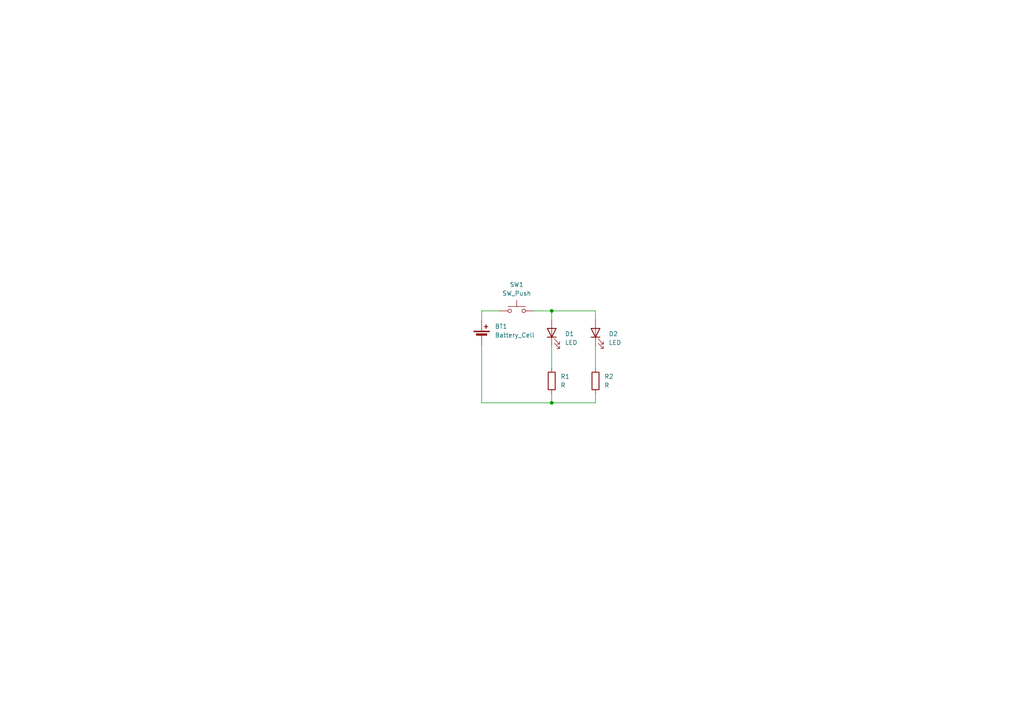
<source format=kicad_sch>
(kicad_sch
	(version 20250114)
	(generator "eeschema")
	(generator_version "9.0")
	(uuid "435feb37-c68b-4fb2-a0d0-e5b7a1f4023c")
	(paper "A4")
	(lib_symbols
		(symbol "Device:Battery_Cell"
			(pin_numbers
				(hide yes)
			)
			(pin_names
				(offset 0)
				(hide yes)
			)
			(exclude_from_sim no)
			(in_bom yes)
			(on_board yes)
			(property "Reference" "BT"
				(at 2.54 2.54 0)
				(effects
					(font
						(size 1.27 1.27)
					)
					(justify left)
				)
			)
			(property "Value" "Battery_Cell"
				(at 2.54 0 0)
				(effects
					(font
						(size 1.27 1.27)
					)
					(justify left)
				)
			)
			(property "Footprint" ""
				(at 0 1.524 90)
				(effects
					(font
						(size 1.27 1.27)
					)
					(hide yes)
				)
			)
			(property "Datasheet" "~"
				(at 0 1.524 90)
				(effects
					(font
						(size 1.27 1.27)
					)
					(hide yes)
				)
			)
			(property "Description" "Single-cell battery"
				(at 0 0 0)
				(effects
					(font
						(size 1.27 1.27)
					)
					(hide yes)
				)
			)
			(property "ki_keywords" "battery cell"
				(at 0 0 0)
				(effects
					(font
						(size 1.27 1.27)
					)
					(hide yes)
				)
			)
			(symbol "Battery_Cell_0_1"
				(rectangle
					(start -2.286 1.778)
					(end 2.286 1.524)
					(stroke
						(width 0)
						(type default)
					)
					(fill
						(type outline)
					)
				)
				(rectangle
					(start -1.524 1.016)
					(end 1.524 0.508)
					(stroke
						(width 0)
						(type default)
					)
					(fill
						(type outline)
					)
				)
				(polyline
					(pts
						(xy 0 1.778) (xy 0 2.54)
					)
					(stroke
						(width 0)
						(type default)
					)
					(fill
						(type none)
					)
				)
				(polyline
					(pts
						(xy 0 0.762) (xy 0 0)
					)
					(stroke
						(width 0)
						(type default)
					)
					(fill
						(type none)
					)
				)
				(polyline
					(pts
						(xy 0.762 3.048) (xy 1.778 3.048)
					)
					(stroke
						(width 0.254)
						(type default)
					)
					(fill
						(type none)
					)
				)
				(polyline
					(pts
						(xy 1.27 3.556) (xy 1.27 2.54)
					)
					(stroke
						(width 0.254)
						(type default)
					)
					(fill
						(type none)
					)
				)
			)
			(symbol "Battery_Cell_1_1"
				(pin passive line
					(at 0 5.08 270)
					(length 2.54)
					(name "+"
						(effects
							(font
								(size 1.27 1.27)
							)
						)
					)
					(number "1"
						(effects
							(font
								(size 1.27 1.27)
							)
						)
					)
				)
				(pin passive line
					(at 0 -2.54 90)
					(length 2.54)
					(name "-"
						(effects
							(font
								(size 1.27 1.27)
							)
						)
					)
					(number "2"
						(effects
							(font
								(size 1.27 1.27)
							)
						)
					)
				)
			)
			(embedded_fonts no)
		)
		(symbol "Device:LED"
			(pin_numbers
				(hide yes)
			)
			(pin_names
				(offset 1.016)
				(hide yes)
			)
			(exclude_from_sim no)
			(in_bom yes)
			(on_board yes)
			(property "Reference" "D"
				(at 0 2.54 0)
				(effects
					(font
						(size 1.27 1.27)
					)
				)
			)
			(property "Value" "LED"
				(at 0 -2.54 0)
				(effects
					(font
						(size 1.27 1.27)
					)
				)
			)
			(property "Footprint" ""
				(at 0 0 0)
				(effects
					(font
						(size 1.27 1.27)
					)
					(hide yes)
				)
			)
			(property "Datasheet" "~"
				(at 0 0 0)
				(effects
					(font
						(size 1.27 1.27)
					)
					(hide yes)
				)
			)
			(property "Description" "Light emitting diode"
				(at 0 0 0)
				(effects
					(font
						(size 1.27 1.27)
					)
					(hide yes)
				)
			)
			(property "Sim.Pins" "1=K 2=A"
				(at 0 0 0)
				(effects
					(font
						(size 1.27 1.27)
					)
					(hide yes)
				)
			)
			(property "ki_keywords" "LED diode"
				(at 0 0 0)
				(effects
					(font
						(size 1.27 1.27)
					)
					(hide yes)
				)
			)
			(property "ki_fp_filters" "LED* LED_SMD:* LED_THT:*"
				(at 0 0 0)
				(effects
					(font
						(size 1.27 1.27)
					)
					(hide yes)
				)
			)
			(symbol "LED_0_1"
				(polyline
					(pts
						(xy -3.048 -0.762) (xy -4.572 -2.286) (xy -3.81 -2.286) (xy -4.572 -2.286) (xy -4.572 -1.524)
					)
					(stroke
						(width 0)
						(type default)
					)
					(fill
						(type none)
					)
				)
				(polyline
					(pts
						(xy -1.778 -0.762) (xy -3.302 -2.286) (xy -2.54 -2.286) (xy -3.302 -2.286) (xy -3.302 -1.524)
					)
					(stroke
						(width 0)
						(type default)
					)
					(fill
						(type none)
					)
				)
				(polyline
					(pts
						(xy -1.27 0) (xy 1.27 0)
					)
					(stroke
						(width 0)
						(type default)
					)
					(fill
						(type none)
					)
				)
				(polyline
					(pts
						(xy -1.27 -1.27) (xy -1.27 1.27)
					)
					(stroke
						(width 0.254)
						(type default)
					)
					(fill
						(type none)
					)
				)
				(polyline
					(pts
						(xy 1.27 -1.27) (xy 1.27 1.27) (xy -1.27 0) (xy 1.27 -1.27)
					)
					(stroke
						(width 0.254)
						(type default)
					)
					(fill
						(type none)
					)
				)
			)
			(symbol "LED_1_1"
				(pin passive line
					(at -3.81 0 0)
					(length 2.54)
					(name "K"
						(effects
							(font
								(size 1.27 1.27)
							)
						)
					)
					(number "1"
						(effects
							(font
								(size 1.27 1.27)
							)
						)
					)
				)
				(pin passive line
					(at 3.81 0 180)
					(length 2.54)
					(name "A"
						(effects
							(font
								(size 1.27 1.27)
							)
						)
					)
					(number "2"
						(effects
							(font
								(size 1.27 1.27)
							)
						)
					)
				)
			)
			(embedded_fonts no)
		)
		(symbol "Device:R"
			(pin_numbers
				(hide yes)
			)
			(pin_names
				(offset 0)
			)
			(exclude_from_sim no)
			(in_bom yes)
			(on_board yes)
			(property "Reference" "R"
				(at 2.032 0 90)
				(effects
					(font
						(size 1.27 1.27)
					)
				)
			)
			(property "Value" "R"
				(at 0 0 90)
				(effects
					(font
						(size 1.27 1.27)
					)
				)
			)
			(property "Footprint" ""
				(at -1.778 0 90)
				(effects
					(font
						(size 1.27 1.27)
					)
					(hide yes)
				)
			)
			(property "Datasheet" "~"
				(at 0 0 0)
				(effects
					(font
						(size 1.27 1.27)
					)
					(hide yes)
				)
			)
			(property "Description" "Resistor"
				(at 0 0 0)
				(effects
					(font
						(size 1.27 1.27)
					)
					(hide yes)
				)
			)
			(property "ki_keywords" "R res resistor"
				(at 0 0 0)
				(effects
					(font
						(size 1.27 1.27)
					)
					(hide yes)
				)
			)
			(property "ki_fp_filters" "R_*"
				(at 0 0 0)
				(effects
					(font
						(size 1.27 1.27)
					)
					(hide yes)
				)
			)
			(symbol "R_0_1"
				(rectangle
					(start -1.016 -2.54)
					(end 1.016 2.54)
					(stroke
						(width 0.254)
						(type default)
					)
					(fill
						(type none)
					)
				)
			)
			(symbol "R_1_1"
				(pin passive line
					(at 0 3.81 270)
					(length 1.27)
					(name "~"
						(effects
							(font
								(size 1.27 1.27)
							)
						)
					)
					(number "1"
						(effects
							(font
								(size 1.27 1.27)
							)
						)
					)
				)
				(pin passive line
					(at 0 -3.81 90)
					(length 1.27)
					(name "~"
						(effects
							(font
								(size 1.27 1.27)
							)
						)
					)
					(number "2"
						(effects
							(font
								(size 1.27 1.27)
							)
						)
					)
				)
			)
			(embedded_fonts no)
		)
		(symbol "Switch:SW_Push"
			(pin_numbers
				(hide yes)
			)
			(pin_names
				(offset 1.016)
				(hide yes)
			)
			(exclude_from_sim no)
			(in_bom yes)
			(on_board yes)
			(property "Reference" "SW"
				(at 1.27 2.54 0)
				(effects
					(font
						(size 1.27 1.27)
					)
					(justify left)
				)
			)
			(property "Value" "SW_Push"
				(at 0 -1.524 0)
				(effects
					(font
						(size 1.27 1.27)
					)
				)
			)
			(property "Footprint" ""
				(at 0 5.08 0)
				(effects
					(font
						(size 1.27 1.27)
					)
					(hide yes)
				)
			)
			(property "Datasheet" "~"
				(at 0 5.08 0)
				(effects
					(font
						(size 1.27 1.27)
					)
					(hide yes)
				)
			)
			(property "Description" "Push button switch, generic, two pins"
				(at 0 0 0)
				(effects
					(font
						(size 1.27 1.27)
					)
					(hide yes)
				)
			)
			(property "ki_keywords" "switch normally-open pushbutton push-button"
				(at 0 0 0)
				(effects
					(font
						(size 1.27 1.27)
					)
					(hide yes)
				)
			)
			(symbol "SW_Push_0_1"
				(circle
					(center -2.032 0)
					(radius 0.508)
					(stroke
						(width 0)
						(type default)
					)
					(fill
						(type none)
					)
				)
				(polyline
					(pts
						(xy 0 1.27) (xy 0 3.048)
					)
					(stroke
						(width 0)
						(type default)
					)
					(fill
						(type none)
					)
				)
				(circle
					(center 2.032 0)
					(radius 0.508)
					(stroke
						(width 0)
						(type default)
					)
					(fill
						(type none)
					)
				)
				(polyline
					(pts
						(xy 2.54 1.27) (xy -2.54 1.27)
					)
					(stroke
						(width 0)
						(type default)
					)
					(fill
						(type none)
					)
				)
				(pin passive line
					(at -5.08 0 0)
					(length 2.54)
					(name "1"
						(effects
							(font
								(size 1.27 1.27)
							)
						)
					)
					(number "1"
						(effects
							(font
								(size 1.27 1.27)
							)
						)
					)
				)
				(pin passive line
					(at 5.08 0 180)
					(length 2.54)
					(name "2"
						(effects
							(font
								(size 1.27 1.27)
							)
						)
					)
					(number "2"
						(effects
							(font
								(size 1.27 1.27)
							)
						)
					)
				)
			)
			(embedded_fonts no)
		)
	)
	(junction
		(at 160.02 116.84)
		(diameter 0)
		(color 0 0 0 0)
		(uuid "63cb32f4-92f0-4bfa-bca2-6a959c7e54dd")
	)
	(junction
		(at 160.02 90.17)
		(diameter 0)
		(color 0 0 0 0)
		(uuid "c0a3c986-f6ca-436b-aa39-42beaed933b2")
	)
	(wire
		(pts
			(xy 172.72 92.71) (xy 172.72 90.17)
		)
		(stroke
			(width 0)
			(type default)
		)
		(uuid "0ce2b395-e3ad-4b51-8257-86ff874a6ea6")
	)
	(wire
		(pts
			(xy 160.02 100.33) (xy 160.02 106.68)
		)
		(stroke
			(width 0)
			(type default)
		)
		(uuid "1e413391-a74c-4c25-a8b1-e3e3ea7add64")
	)
	(wire
		(pts
			(xy 160.02 92.71) (xy 160.02 90.17)
		)
		(stroke
			(width 0)
			(type default)
		)
		(uuid "2712b99e-6774-42dd-94a1-72cfa2970fc3")
	)
	(wire
		(pts
			(xy 139.7 100.33) (xy 139.7 116.84)
		)
		(stroke
			(width 0)
			(type default)
		)
		(uuid "2f3a145a-dc7c-4c32-8a72-8325d9b3ad5f")
	)
	(wire
		(pts
			(xy 144.78 90.17) (xy 139.7 90.17)
		)
		(stroke
			(width 0)
			(type default)
		)
		(uuid "33505efd-664f-4510-baf1-bde7fb928c77")
	)
	(wire
		(pts
			(xy 160.02 90.17) (xy 154.94 90.17)
		)
		(stroke
			(width 0)
			(type default)
		)
		(uuid "4cd2a099-a1f2-4e42-9187-47f7dcba5539")
	)
	(wire
		(pts
			(xy 139.7 116.84) (xy 160.02 116.84)
		)
		(stroke
			(width 0)
			(type default)
		)
		(uuid "54b72490-d8cd-449e-a4d3-bdb4df11c59d")
	)
	(wire
		(pts
			(xy 172.72 116.84) (xy 172.72 114.3)
		)
		(stroke
			(width 0)
			(type default)
		)
		(uuid "76973945-145f-4423-aab6-b6b987dca13d")
	)
	(wire
		(pts
			(xy 160.02 90.17) (xy 172.72 90.17)
		)
		(stroke
			(width 0)
			(type default)
		)
		(uuid "771dea47-715c-486d-8bee-179965d26eb0")
	)
	(wire
		(pts
			(xy 172.72 100.33) (xy 172.72 106.68)
		)
		(stroke
			(width 0)
			(type default)
		)
		(uuid "7dc4b27f-735a-443a-b02e-2bb26d6dfae2")
	)
	(wire
		(pts
			(xy 160.02 116.84) (xy 172.72 116.84)
		)
		(stroke
			(width 0)
			(type default)
		)
		(uuid "ac59c81a-ea86-4c61-b073-9c69be2dcd2d")
	)
	(wire
		(pts
			(xy 139.7 90.17) (xy 139.7 92.71)
		)
		(stroke
			(width 0)
			(type default)
		)
		(uuid "c05f00eb-04b4-4add-89c2-a796eebe50aa")
	)
	(wire
		(pts
			(xy 160.02 116.84) (xy 160.02 114.3)
		)
		(stroke
			(width 0)
			(type default)
		)
		(uuid "df8176b6-e4ea-4b78-b1e4-69c653f32514")
	)
	(symbol
		(lib_id "Device:R")
		(at 160.02 110.49 0)
		(unit 1)
		(exclude_from_sim no)
		(in_bom yes)
		(on_board yes)
		(dnp no)
		(fields_autoplaced yes)
		(uuid "7030657f-7800-472a-b39c-0965c90068a3")
		(property "Reference" "R1"
			(at 162.56 109.2199 0)
			(effects
				(font
					(size 1.27 1.27)
				)
				(justify left)
			)
		)
		(property "Value" "R"
			(at 162.56 111.7599 0)
			(effects
				(font
					(size 1.27 1.27)
				)
				(justify left)
			)
		)
		(property "Footprint" "R_Axial_DIN0207_L6.3mm_D2.5mm_P7.62mm_Horizontal"
			(at 158.242 110.49 90)
			(effects
				(font
					(size 1.27 1.27)
				)
				(hide yes)
			)
		)
		(property "Datasheet" "~"
			(at 160.02 110.49 0)
			(effects
				(font
					(size 1.27 1.27)
				)
				(hide yes)
			)
		)
		(property "Description" "Resistor"
			(at 160.02 110.49 0)
			(effects
				(font
					(size 1.27 1.27)
				)
				(hide yes)
			)
		)
		(pin "1"
			(uuid "bac330da-fefb-4c41-8ec8-d46b8fba7246")
		)
		(pin "2"
			(uuid "ac5102ea-a33a-418a-82b8-fa4828e03f30")
		)
		(instances
			(project ""
				(path "/435feb37-c68b-4fb2-a0d0-e5b7a1f4023c"
					(reference "R1")
					(unit 1)
				)
			)
		)
	)
	(symbol
		(lib_id "Device:Battery_Cell")
		(at 139.7 97.79 0)
		(unit 1)
		(exclude_from_sim no)
		(in_bom yes)
		(on_board yes)
		(dnp no)
		(fields_autoplaced yes)
		(uuid "8ddebfc0-7f0c-43cc-8f94-16a121e70d10")
		(property "Reference" "BT1"
			(at 143.51 94.6784 0)
			(effects
				(font
					(size 1.27 1.27)
				)
				(justify left)
			)
		)
		(property "Value" "Battery_Cell"
			(at 143.51 97.2184 0)
			(effects
				(font
					(size 1.27 1.27)
				)
				(justify left)
			)
		)
		(property "Footprint" "BatteryHolder_Keystone_3034_1x20mm"
			(at 139.7 96.266 90)
			(effects
				(font
					(size 1.27 1.27)
				)
				(hide yes)
			)
		)
		(property "Datasheet" "~"
			(at 139.7 96.266 90)
			(effects
				(font
					(size 1.27 1.27)
				)
				(hide yes)
			)
		)
		(property "Description" "Single-cell battery"
			(at 139.7 97.79 0)
			(effects
				(font
					(size 1.27 1.27)
				)
				(hide yes)
			)
		)
		(pin "1"
			(uuid "3364a8bc-6650-402c-a122-e224320d2c07")
		)
		(pin "2"
			(uuid "56f797fd-500c-458c-9ec1-9b14365f433a")
		)
		(instances
			(project ""
				(path "/435feb37-c68b-4fb2-a0d0-e5b7a1f4023c"
					(reference "BT1")
					(unit 1)
				)
			)
		)
	)
	(symbol
		(lib_id "Device:LED")
		(at 172.72 96.52 90)
		(unit 1)
		(exclude_from_sim no)
		(in_bom yes)
		(on_board yes)
		(dnp no)
		(fields_autoplaced yes)
		(uuid "f4ef5306-1f38-4314-8166-17b81a55aec7")
		(property "Reference" "D2"
			(at 176.53 96.8374 90)
			(effects
				(font
					(size 1.27 1.27)
				)
				(justify right)
			)
		)
		(property "Value" "LED"
			(at 176.53 99.3774 90)
			(effects
				(font
					(size 1.27 1.27)
				)
				(justify right)
			)
		)
		(property "Footprint" "LED_D5.0mm"
			(at 172.72 96.52 0)
			(effects
				(font
					(size 1.27 1.27)
				)
				(hide yes)
			)
		)
		(property "Datasheet" "~"
			(at 172.72 96.52 0)
			(effects
				(font
					(size 1.27 1.27)
				)
				(hide yes)
			)
		)
		(property "Description" "Light emitting diode"
			(at 172.72 96.52 0)
			(effects
				(font
					(size 1.27 1.27)
				)
				(hide yes)
			)
		)
		(property "Sim.Pins" "1=K 2=A"
			(at 172.72 96.52 0)
			(effects
				(font
					(size 1.27 1.27)
				)
				(hide yes)
			)
		)
		(pin "2"
			(uuid "4fcb4ee1-b775-4c11-8902-c89908603007")
		)
		(pin "1"
			(uuid "51479cfd-5fdf-4302-ac2a-6db8aba497cb")
		)
		(instances
			(project "try again"
				(path "/435feb37-c68b-4fb2-a0d0-e5b7a1f4023c"
					(reference "D2")
					(unit 1)
				)
			)
		)
	)
	(symbol
		(lib_id "Switch:SW_Push")
		(at 149.86 90.17 0)
		(unit 1)
		(exclude_from_sim no)
		(in_bom yes)
		(on_board yes)
		(dnp no)
		(fields_autoplaced yes)
		(uuid "f97125e5-e30b-442f-a7f2-083fdc5584e9")
		(property "Reference" "SW1"
			(at 149.86 82.55 0)
			(effects
				(font
					(size 1.27 1.27)
				)
			)
		)
		(property "Value" "SW_Push"
			(at 149.86 85.09 0)
			(effects
				(font
					(size 1.27 1.27)
				)
			)
		)
		(property "Footprint" "SW_PUSH_6mm"
			(at 149.86 85.09 0)
			(effects
				(font
					(size 1.27 1.27)
				)
				(hide yes)
			)
		)
		(property "Datasheet" "~"
			(at 149.86 85.09 0)
			(effects
				(font
					(size 1.27 1.27)
				)
				(hide yes)
			)
		)
		(property "Description" "Push button switch, generic, two pins"
			(at 149.86 90.17 0)
			(effects
				(font
					(size 1.27 1.27)
				)
				(hide yes)
			)
		)
		(pin "2"
			(uuid "a35ba0ec-4611-4f3c-a9fe-4307946183d9")
		)
		(pin "1"
			(uuid "e62b5461-84d7-4d35-993b-4cbeba55c720")
		)
		(instances
			(project ""
				(path "/435feb37-c68b-4fb2-a0d0-e5b7a1f4023c"
					(reference "SW1")
					(unit 1)
				)
			)
		)
	)
	(symbol
		(lib_id "Device:LED")
		(at 160.02 96.52 90)
		(unit 1)
		(exclude_from_sim no)
		(in_bom yes)
		(on_board yes)
		(dnp no)
		(fields_autoplaced yes)
		(uuid "fef05c32-256d-4418-8c9e-12d171011db0")
		(property "Reference" "D1"
			(at 163.83 96.8374 90)
			(effects
				(font
					(size 1.27 1.27)
				)
				(justify right)
			)
		)
		(property "Value" "LED"
			(at 163.83 99.3774 90)
			(effects
				(font
					(size 1.27 1.27)
				)
				(justify right)
			)
		)
		(property "Footprint" "LED_D5.0mm"
			(at 160.02 96.52 0)
			(effects
				(font
					(size 1.27 1.27)
				)
				(hide yes)
			)
		)
		(property "Datasheet" "~"
			(at 160.02 96.52 0)
			(effects
				(font
					(size 1.27 1.27)
				)
				(hide yes)
			)
		)
		(property "Description" "Light emitting diode"
			(at 160.02 96.52 0)
			(effects
				(font
					(size 1.27 1.27)
				)
				(hide yes)
			)
		)
		(property "Sim.Pins" "1=K 2=A"
			(at 160.02 96.52 0)
			(effects
				(font
					(size 1.27 1.27)
				)
				(hide yes)
			)
		)
		(pin "2"
			(uuid "b7d9b902-3379-442c-a3b0-2979b3031d80")
		)
		(pin "1"
			(uuid "ce19e6a5-a8b6-4b01-8948-9d760d6d473f")
		)
		(instances
			(project ""
				(path "/435feb37-c68b-4fb2-a0d0-e5b7a1f4023c"
					(reference "D1")
					(unit 1)
				)
			)
		)
	)
	(symbol
		(lib_id "Device:R")
		(at 172.72 110.49 0)
		(unit 1)
		(exclude_from_sim no)
		(in_bom yes)
		(on_board yes)
		(dnp no)
		(fields_autoplaced yes)
		(uuid "feffeaea-1f9b-4116-b474-ca98cef31778")
		(property "Reference" "R2"
			(at 175.26 109.2199 0)
			(effects
				(font
					(size 1.27 1.27)
				)
				(justify left)
			)
		)
		(property "Value" "R"
			(at 175.26 111.7599 0)
			(effects
				(font
					(size 1.27 1.27)
				)
				(justify left)
			)
		)
		(property "Footprint" "R_Axial_DIN0207_L6.3mm_D2.5mm_P7.62mm_Horizontal"
			(at 170.942 110.49 90)
			(effects
				(font
					(size 1.27 1.27)
				)
				(hide yes)
			)
		)
		(property "Datasheet" "~"
			(at 172.72 110.49 0)
			(effects
				(font
					(size 1.27 1.27)
				)
				(hide yes)
			)
		)
		(property "Description" "Resistor"
			(at 172.72 110.49 0)
			(effects
				(font
					(size 1.27 1.27)
				)
				(hide yes)
			)
		)
		(pin "1"
			(uuid "29711b94-cfa2-48a4-9862-1eeabf1b39c0")
		)
		(pin "2"
			(uuid "532a7a95-acbc-4f62-b427-b6a74ee6cc86")
		)
		(instances
			(project "try again"
				(path "/435feb37-c68b-4fb2-a0d0-e5b7a1f4023c"
					(reference "R2")
					(unit 1)
				)
			)
		)
	)
	(sheet_instances
		(path "/"
			(page "1")
		)
	)
	(embedded_fonts no)
)

</source>
